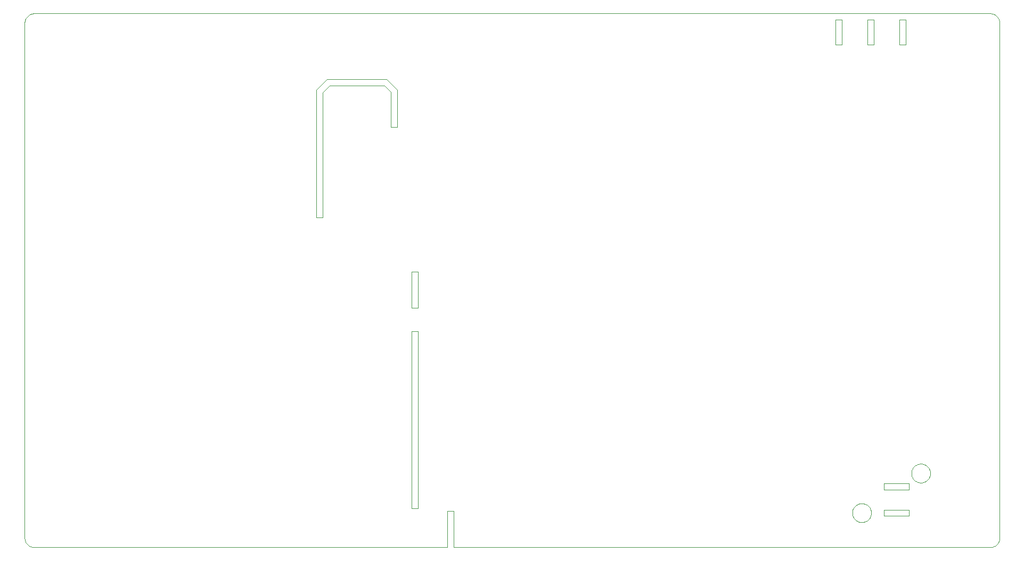
<source format=gko>
G75*
G70*
%OFA0B0*%
%FSLAX24Y24*%
%IPPOS*%
%LPD*%
%AMOC8*
5,1,8,0,0,1.08239X$1,22.5*
%
%ADD10C,0.0039*%
%ADD11C,0.0040*%
%ADD12C,0.0000*%
D10*
X002922Y001487D02*
X028787Y001487D01*
X029187Y001487D02*
X062764Y001487D01*
X062810Y001489D01*
X062856Y001494D01*
X062902Y001503D01*
X062947Y001516D01*
X062990Y001532D01*
X063032Y001551D01*
X063073Y001574D01*
X063111Y001600D01*
X063148Y001629D01*
X063182Y001660D01*
X063213Y001694D01*
X063242Y001731D01*
X063268Y001769D01*
X063291Y001810D01*
X063310Y001852D01*
X063326Y001895D01*
X063339Y001940D01*
X063348Y001986D01*
X063353Y002032D01*
X063355Y002078D01*
X063355Y034361D01*
X063353Y034407D01*
X063348Y034453D01*
X063339Y034499D01*
X063326Y034544D01*
X063310Y034587D01*
X063291Y034629D01*
X063268Y034670D01*
X063242Y034708D01*
X063213Y034745D01*
X063182Y034779D01*
X063148Y034810D01*
X063111Y034839D01*
X063073Y034865D01*
X063032Y034888D01*
X062990Y034907D01*
X062947Y034923D01*
X062902Y034936D01*
X062856Y034945D01*
X062810Y034950D01*
X062764Y034952D01*
X002922Y034952D01*
X002876Y034950D01*
X002830Y034945D01*
X002784Y034936D01*
X002739Y034923D01*
X002696Y034907D01*
X002654Y034888D01*
X002613Y034865D01*
X002575Y034839D01*
X002538Y034810D01*
X002504Y034779D01*
X002473Y034745D01*
X002444Y034708D01*
X002418Y034670D01*
X002395Y034629D01*
X002376Y034587D01*
X002360Y034544D01*
X002347Y034499D01*
X002338Y034453D01*
X002333Y034407D01*
X002331Y034361D01*
X002331Y002078D01*
X002333Y002032D01*
X002338Y001986D01*
X002347Y001940D01*
X002360Y001895D01*
X002376Y001852D01*
X002395Y001810D01*
X002418Y001769D01*
X002444Y001731D01*
X002473Y001694D01*
X002504Y001660D01*
X002538Y001629D01*
X002575Y001600D01*
X002613Y001574D01*
X002654Y001551D01*
X002696Y001532D01*
X002739Y001516D01*
X002784Y001503D01*
X002830Y001494D01*
X002876Y001489D01*
X002922Y001487D01*
X053087Y032983D02*
X053481Y032983D01*
X053481Y034558D01*
X053087Y034558D01*
X053087Y032983D01*
X055087Y032983D02*
X055481Y032983D01*
X055481Y034558D01*
X055087Y034558D01*
X055087Y032983D01*
X057087Y032983D02*
X057481Y032983D01*
X057481Y034558D01*
X057087Y034558D01*
X057087Y032983D01*
X057700Y005499D02*
X056125Y005499D01*
X056125Y005105D01*
X057700Y005105D01*
X057700Y005499D01*
X057700Y003845D02*
X056125Y003845D01*
X056125Y003451D01*
X057700Y003451D01*
X057700Y003845D01*
D11*
X029187Y003750D02*
X029187Y001487D01*
X028787Y001487D02*
X028787Y003750D01*
X029187Y003750D01*
X026962Y003925D02*
X026562Y003925D01*
X026562Y015025D01*
X026962Y015025D01*
X026962Y003925D01*
X026962Y016500D02*
X026562Y016500D01*
X026562Y018775D01*
X026962Y018775D01*
X026962Y016500D01*
X020987Y022150D02*
X020587Y022150D01*
X020587Y030150D01*
X021262Y030825D01*
X024987Y030825D01*
X025637Y030175D01*
X025637Y027825D01*
X025237Y027825D01*
X025237Y030025D01*
X024837Y030425D01*
X021412Y030425D01*
X020987Y030000D01*
X020987Y022150D01*
D12*
X054136Y003648D02*
X054138Y003696D01*
X054144Y003744D01*
X054154Y003791D01*
X054167Y003837D01*
X054185Y003882D01*
X054205Y003926D01*
X054230Y003968D01*
X054258Y004007D01*
X054288Y004044D01*
X054322Y004078D01*
X054359Y004110D01*
X054397Y004139D01*
X054438Y004164D01*
X054481Y004186D01*
X054526Y004204D01*
X054572Y004218D01*
X054619Y004229D01*
X054667Y004236D01*
X054715Y004239D01*
X054763Y004238D01*
X054811Y004233D01*
X054859Y004224D01*
X054905Y004212D01*
X054950Y004195D01*
X054994Y004175D01*
X055036Y004152D01*
X055076Y004125D01*
X055114Y004095D01*
X055149Y004062D01*
X055181Y004026D01*
X055211Y003988D01*
X055237Y003947D01*
X055259Y003904D01*
X055279Y003860D01*
X055294Y003815D01*
X055306Y003768D01*
X055314Y003720D01*
X055318Y003672D01*
X055318Y003624D01*
X055314Y003576D01*
X055306Y003528D01*
X055294Y003481D01*
X055279Y003436D01*
X055259Y003392D01*
X055237Y003349D01*
X055211Y003308D01*
X055181Y003270D01*
X055149Y003234D01*
X055114Y003201D01*
X055076Y003171D01*
X055036Y003144D01*
X054994Y003121D01*
X054950Y003101D01*
X054905Y003084D01*
X054859Y003072D01*
X054811Y003063D01*
X054763Y003058D01*
X054715Y003057D01*
X054667Y003060D01*
X054619Y003067D01*
X054572Y003078D01*
X054526Y003092D01*
X054481Y003110D01*
X054438Y003132D01*
X054397Y003157D01*
X054359Y003186D01*
X054322Y003218D01*
X054288Y003252D01*
X054258Y003289D01*
X054230Y003328D01*
X054205Y003370D01*
X054185Y003414D01*
X054167Y003459D01*
X054154Y003505D01*
X054144Y003552D01*
X054138Y003600D01*
X054136Y003648D01*
X057837Y006129D02*
X057839Y006177D01*
X057845Y006225D01*
X057855Y006272D01*
X057868Y006318D01*
X057886Y006363D01*
X057906Y006407D01*
X057931Y006449D01*
X057959Y006488D01*
X057989Y006525D01*
X058023Y006559D01*
X058060Y006591D01*
X058098Y006620D01*
X058139Y006645D01*
X058182Y006667D01*
X058227Y006685D01*
X058273Y006699D01*
X058320Y006710D01*
X058368Y006717D01*
X058416Y006720D01*
X058464Y006719D01*
X058512Y006714D01*
X058560Y006705D01*
X058606Y006693D01*
X058651Y006676D01*
X058695Y006656D01*
X058737Y006633D01*
X058777Y006606D01*
X058815Y006576D01*
X058850Y006543D01*
X058882Y006507D01*
X058912Y006469D01*
X058938Y006428D01*
X058960Y006385D01*
X058980Y006341D01*
X058995Y006296D01*
X059007Y006249D01*
X059015Y006201D01*
X059019Y006153D01*
X059019Y006105D01*
X059015Y006057D01*
X059007Y006009D01*
X058995Y005962D01*
X058980Y005917D01*
X058960Y005873D01*
X058938Y005830D01*
X058912Y005789D01*
X058882Y005751D01*
X058850Y005715D01*
X058815Y005682D01*
X058777Y005652D01*
X058737Y005625D01*
X058695Y005602D01*
X058651Y005582D01*
X058606Y005565D01*
X058560Y005553D01*
X058512Y005544D01*
X058464Y005539D01*
X058416Y005538D01*
X058368Y005541D01*
X058320Y005548D01*
X058273Y005559D01*
X058227Y005573D01*
X058182Y005591D01*
X058139Y005613D01*
X058098Y005638D01*
X058060Y005667D01*
X058023Y005699D01*
X057989Y005733D01*
X057959Y005770D01*
X057931Y005809D01*
X057906Y005851D01*
X057886Y005895D01*
X057868Y005940D01*
X057855Y005986D01*
X057845Y006033D01*
X057839Y006081D01*
X057837Y006129D01*
M02*

</source>
